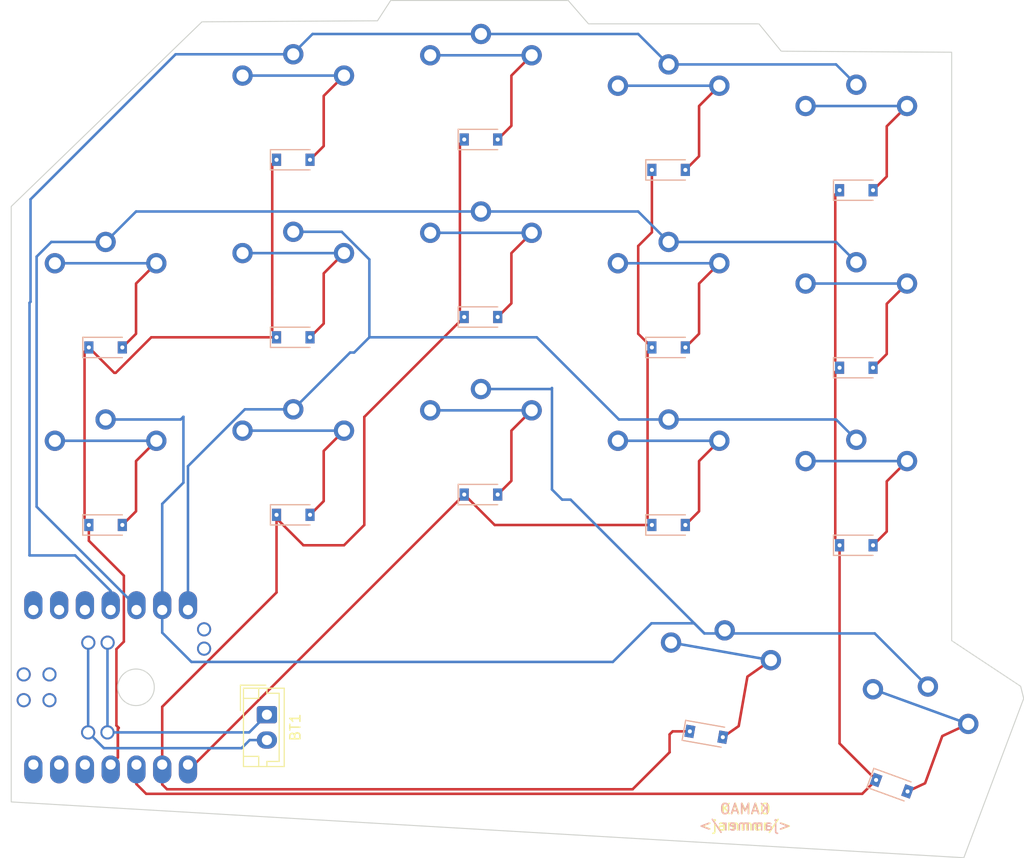
<source format=kicad_pcb>
(kicad_pcb (version 20211014) (generator pcbnew)
  (layers (0 "F.Cu" signal) (31 "B.Cu" signal) (34 "B.Paste" user) (35 "F.Paste" user) (36 "B.SilkS" user "B.Silkscreen") (37 "F.SilkS" user "F.Silkscreen") (38 "B.Mask" user) (39 "F.Mask" user) (44 "Edge.Cuts" user))
  (net 0 "")
  (net 1 "Net-(BT1-Pad1)")
  (net 2 "Net-(BT1-Pad2)")
  (net 6 "/Col1")
  (net 7 "/Col2")
  (net 8 "/Col3")
  (net 9 "/Col4")
  (net 10 "/Row4")
  (net 11 "/Row3")
  (net 12 "/Row2")
  (net 13 "/Row1")
  (footprint "kleeb-pg1350:pg1350-DR" (layer "F.Cu") (at -1.5 -429.5)
    (fp_text reference "K2" hide)
    (fp_text value "diode-choc")
    (fp_line (start -2.25 -1) (end -2.25 1) (layer "B.SilkS") (width 0.12))
    (fp_line (start -2.25 -1) (end 1.65 -1) (layer "B.SilkS") (width 0.12))
    (fp_line (start -2.25 1) (end 1.65 1) (layer "B.SilkS") (width 0.12))
    (fp_line (start -2.25 1) (end 1.65 1) (layer "F.SilkS") (width 0.12))
    (fp_line (start -2.25 -1) (end 1.65 -1) (layer "F.SilkS") (width 0.12))
    (fp_line (start -2.25 -1) (end -2.25 1) (layer "F.SilkS") (width 0.12))
    (pad "" np_thru_hole circle locked (at 5.5 -4.5) (size 1.7 1.7) (drill 1.7) (layers *.Cu *.Mask))
    (pad "" np_thru_hole circle locked (at 0 -4.5) (size 3.4 3.4) (drill 3.4) (layers *.Cu *.Mask))
    (pad "" np_thru_hole circle locked (at -5.5 -4.5) (size 1.7 1.7) (drill 1.7) (layers *.Cu *.Mask))
    (pad "1" thru_hole circle locked (at 0 -10.4) (size 2 2) (drill 1.2) (layers *.Cu *.Mask) (net 12 "/Row2"))
    (pad "2" thru_hole rect locked (at -1.65 0) (size 0.9 1.2) (drill 0.4) (layers *.Cu *.Mask) (net 6 "/Col1"))
    (pad "3" smd custom locked (at -5 -8.3) (size 0 0) (layers "B.Cu") (options (clearance outline) (anchor circle)) (primitives (gr_line (start 0 0) (end 10 0) (width 0.254))))
    (pad "3" thru_hole circle locked (at 5 -8.3) (size 2 2) (drill 1.2) (layers *.Cu "B.Mask"))
    (pad "3" thru_hole circle locked (at -5 -8.3) (size 2 2) (drill 1.2) (layers *.Cu "F.Mask"))
    (pad "3" smd custom locked (at 5 -8.3) (size 0.254 0.254) (layers "F.Cu") (options (clearance outline) (anchor circle)) (primitives (gr_line (start 0 0) (end -2 2) (width 0.254)) (gr_line (start -2 2) (end -2 6.95) (width 0.254)) (gr_line (start -2 6.95) (end -3.35 8.3) (width 0.254))))
    (pad "3" thru_hole rect locked (at 1.65 0) (size 0.9 1.2) (drill 0.4) (layers *.Cu *.Mask))
  )
  (footprint "kleeb-pg1350:pg1350-DR" (layer "F.Cu") (at 72.5 -410)
    (fp_text reference "K8" hide)
    (fp_text value "diode-choc")
    (fp_line (start -2.25 -1) (end 1.65 -1) (layer "B.SilkS") (width 0.12))
    (fp_line (start -2.25 -1) (end -2.25 1) (layer "B.SilkS") (width 0.12))
    (fp_line (start -2.25 1) (end 1.65 1) (layer "B.SilkS") (width 0.12))
    (fp_line (start -2.25 -1) (end -2.25 1) (layer "F.SilkS") (width 0.12))
    (fp_line (start -2.25 -1) (end 1.65 -1) (layer "F.SilkS") (width 0.12))
    (fp_line (start -2.25 1) (end 1.65 1) (layer "F.SilkS") (width 0.12))
    (pad "" np_thru_hole circle locked (at 5.5 -4.5) (size 1.7 1.7) (drill 1.7) (layers *.Cu *.Mask))
    (pad "" np_thru_hole circle locked (at -5.5 -4.5) (size 1.7 1.7) (drill 1.7) (layers *.Cu *.Mask))
    (pad "" np_thru_hole circle locked (at 0 -4.5) (size 3.4 3.4) (drill 3.4) (layers *.Cu *.Mask))
    (pad "1" thru_hole circle locked (at 0 -10.4) (size 2 2) (drill 1.2) (layers *.Cu *.Mask) (net 10 "/Row4"))
    (pad "2" thru_hole rect locked (at -1.65 0) (size 0.9 1.2) (drill 0.4) (layers *.Cu *.Mask) (net 7 "/Col2"))
    (pad "3" thru_hole rect locked (at 1.65 0) (size 0.9 1.2) (drill 0.4) (layers *.Cu *.Mask))
    (pad "3" thru_hole circle locked (at -5 -8.3) (size 2 2) (drill 1.2) (layers *.Cu "F.Mask"))
    (pad "3" thru_hole circle locked (at 5 -8.3) (size 2 2) (drill 1.2) (layers *.Cu "B.Mask"))
    (pad "3" smd custom locked (at 5 -8.3) (size 0.254 0.254) (layers "F.Cu") (options (clearance outline) (anchor circle)) (primitives (gr_line (start 0 0) (end -2 2) (width 0.254)) (gr_line (start -2 2) (end -2 6.95) (width 0.254)) (gr_line (start -2 6.95) (end -3.35 8.3) (width 0.254))))
    (pad "3" smd custom locked (at -5 -8.3) (size 0 0) (layers "B.Cu") (options (clearance outline) (anchor circle)) (primitives (gr_line (start 0 0) (end 10 0) (width 0.254))))
  )
  (footprint "kleeb-pg1350:pg1350-DR" (layer "F.Cu") (at 17 -430.5)
    (fp_text reference "K4" hide)
    (fp_text value "diode-choc")
    (fp_line (start -2.25 1) (end 1.65 1) (layer "B.SilkS") (width 0.12))
    (fp_line (start -2.25 -1) (end -2.25 1) (layer "B.SilkS") (width 0.12))
    (fp_line (start -2.25 -1) (end 1.65 -1) (layer "B.SilkS") (width 0.12))
    (fp_line (start -2.25 1) (end 1.65 1) (layer "F.SilkS") (width 0.12))
    (fp_line (start -2.25 -1) (end 1.65 -1) (layer "F.SilkS") (width 0.12))
    (fp_line (start -2.25 -1) (end -2.25 1) (layer "F.SilkS") (width 0.12))
    (pad "" np_thru_hole circle locked (at -5.5 -4.5) (size 1.7 1.7) (drill 1.7) (layers *.Cu *.Mask))
    (pad "" np_thru_hole circle locked (at 0 -4.5) (size 3.4 3.4) (drill 3.4) (layers *.Cu *.Mask))
    (pad "" np_thru_hole circle locked (at 5.5 -4.5) (size 1.7 1.7) (drill 1.7) (layers *.Cu *.Mask))
    (pad "1" thru_hole circle locked (at 0 -10.4) (size 2 2) (drill 1.2) (layers *.Cu *.Mask) (net 10 "/Row4"))
    (pad "2" thru_hole rect locked (at -1.65 0) (size 0.9 1.2) (drill 0.4) (layers *.Cu *.Mask) (net 6 "/Col1"))
    (pad "3" smd custom locked (at -5 -8.3) (size 0 0) (layers "B.Cu") (options (clearance outline) (anchor circle)) (primitives (gr_line (start 0 0) (end 10 0) (width 0.254))))
    (pad "3" thru_hole circle locked (at 5 -8.3) (size 2 2) (drill 1.2) (layers *.Cu "B.Mask"))
    (pad "3" smd custom locked (at 5 -8.3) (size 0.254 0.254) (layers "F.Cu") (options (clearance outline) (anchor circle)) (primitives (gr_line (start 0 0) (end -2 2) (width 0.254)) (gr_line (start -2 2) (end -2 6.95) (width 0.254)) (gr_line (start -2 6.95) (end -3.35 8.3) (width 0.254))))
    (pad "3" thru_hole rect locked (at 1.65 0) (size 0.9 1.2) (drill 0.4) (layers *.Cu *.Mask))
    (pad "3" thru_hole circle locked (at -5 -8.3) (size 2 2) (drill 1.2) (layers *.Cu "F.Mask"))
  )
  (footprint "Connector_JST:JST_EH_B2B-EH-A_1x02_P2.50mm_Vertical" (layer "F.Cu") (at 14.4 -393.3 -90)
    (fp_text reference "BT1" (at 1.25 -2.8 90) (layer "F.SilkS"))
    (fp_text value "Battery")
    (fp_line (start -2.61 2.31) (end 5.11 2.31) (layer "F.SilkS") (width 0.12))
    (fp_line (start 5.11 0.81) (end 4.11 0.81) (layer "F.SilkS") (width 0.12))
    (fp_line (start -2.61 -1.71) (end -2.61 2.31) (layer "F.SilkS") (width 0.12))
    (fp_line (start 4.11 0.81) (end 4.11 2.31) (layer "F.SilkS") (width 0.12))
    (fp_line (start 5.11 2.31) (end 5.11 -1.71) (layer "F.SilkS") (width 0.12))
    (fp_line (start 4.61 0) (end 5.11 0) (layer "F.SilkS") (width 0.12))
    (fp_line (start -2.11 -1.21) (end 4.61 -1.21) (layer "F.SilkS") (width 0.12))
    (fp_line (start -2.91 0.11) (end -2.91 2.61) (layer "F.SilkS") (width 0.12))
    (fp_line (start 4.61 -1.21) (end 4.61 0) (layer "F.SilkS") (width 0.12))
    (fp_line (start -2.91 2.61) (end -0.41 2.61) (layer "F.SilkS") (width 0.12))
    (fp_line (start 5.11 -1.71) (end -2.61 -1.71) (layer "F.SilkS") (width 0.12))
    (fp_line (start -2.61 0) (end -2.11 0) (layer "F.SilkS") (width 0.12))
    (fp_line (start -2.61 0.81) (end -1.61 0.81) (layer "F.SilkS") (width 0.12))
    (fp_line (start -1.61 0.81) (end -1.61 2.31) (layer "F.SilkS") (width 0.12))
    (fp_line (start -2.11 0) (end -2.11 -1.21) (layer "F.SilkS") (width 0.12))
    (pad "1" thru_hole roundrect (at 0 0 270) (size 1.7 2) (drill 1) (layers *.Cu *.Mask) (roundrect_rratio 0.1470588235) (net 1 "Net-(BT1-Pad1)"))
    (pad "2" thru_hole oval (at 2.5 0 270) (size 1.7 2) (drill 1) (layers *.Cu *.Mask) (net 2 "Net-(BT1-Pad2)"))
  )
  (footprint "kleeb-pg1350:pg1350-DR" (layer "F.Cu") (at 72.5 -427.5)
    (fp_text reference "K6" hide)
    (fp_text value "diode-choc")
    (fp_line (start -2.25 -1) (end 1.65 -1) (layer "B.SilkS") (width 0.12))
    (fp_line (start -2.25 -1) (end -2.25 1) (layer "B.SilkS") (width 0.12))
    (fp_line (start -2.25 1) (end 1.65 1) (layer "B.SilkS") (width 0.12))
    (fp_line (start -2.25 -1) (end -2.25 1) (layer "F.SilkS") (width 0.12))
    (fp_line (start -2.25 -1) (end 1.65 -1) (layer "F.SilkS") (width 0.12))
    (fp_line (start -2.25 1) (end 1.65 1) (layer "F.SilkS") (width 0.12))
    (pad "" np_thru_hole circle locked (at -5.5 -4.5) (size 1.7 1.7) (drill 1.7) (layers *.Cu *.Mask))
    (pad "" np_thru_hole circle locked (at 5.5 -4.5) (size 1.7 1.7) (drill 1.7) (layers *.Cu *.Mask))
    (pad "" np_thru_hole circle locked (at 0 -4.5) (size 3.4 3.4) (drill 3.4) (layers *.Cu *.Mask))
    (pad "1" thru_hole circle locked (at 0 -10.4) (size 2 2) (drill 1.2) (layers *.Cu *.Mask) (net 12 "/Row2"))
    (pad "2" thru_hole rect locked (at -1.65 0) (size 0.9 1.2) (drill 0.4) (layers *.Cu *.Mask) (net 7 "/Col2"))
    (pad "3" thru_hole rect locked (at 1.65 0) (size 0.9 1.2) (drill 0.4) (layers *.Cu *.Mask))
    (pad "3" thru_hole circle locked (at 5 -8.3) (size 2 2) (drill 1.2) (layers *.Cu "B.Mask"))
    (pad "3" smd custom locked (at -5 -8.3) (size 0 0) (layers "B.Cu") (options (clearance outline) (anchor circle)) (primitives (gr_line (start 0 0) (end 10 0) (width 0.254))))
    (pad "3" smd custom locked (at 5 -8.3) (size 0.254 0.254) (layers "F.Cu") (options (clearance outline) (anchor circle)) (primitives (gr_line (start 0 0) (end -2 2) (width 0.254)) (gr_line (start -2 2) (end -2 6.95) (width 0.254)) (gr_line (start -2 6.95) (end -3.35 8.3) (width 0.254))))
    (pad "3" thru_hole circle locked (at -5 -8.3) (size 2 2) (drill 1.2) (layers *.Cu "F.Mask"))
  )
  (footprint "kleeb-pg1350:pg1350-DR" (layer "F.Cu") (at -1.5 -412)
    (fp_text reference "K3" hide)
    (fp_text value "diode-choc")
    (fp_line (start -2.25 -1) (end 1.65 -1) (layer "B.SilkS") (width 0.12))
    (fp_line (start -2.25 -1) (end -2.25 1) (layer "B.SilkS") (width 0.12))
    (fp_line (start -2.25 1) (end 1.65 1) (layer "B.SilkS") (width 0.12))
    (fp_line (start -2.25 -1) (end -2.25 1) (layer "F.SilkS") (width 0.12))
    (fp_line (start -2.25 -1) (end 1.65 -1) (layer "F.SilkS") (width 0.12))
    (fp_line (start -2.25 1) (end 1.65 1) (layer "F.SilkS") (width 0.12))
    (pad "" np_thru_hole circle locked (at 5.5 -4.5) (size 1.7 1.7) (drill 1.7) (layers *.Cu *.Mask))
    (pad "" np_thru_hole circle locked (at 0 -4.5) (size 3.4 3.4) (drill 3.4) (layers *.Cu *.Mask))
    (pad "" np_thru_hole circle locked (at -5.5 -4.5) (size 1.7 1.7) (drill 1.7) (layers *.Cu *.Mask))
    (pad "1" thru_hole circle locked (at 0 -10.4) (size 2 2) (drill 1.2) (layers *.Cu *.Mask) (net 11 "/Row3"))
    (pad "2" thru_hole rect locked (at -1.65 0) (size 0.9 1.2) (drill 0.4) (layers *.Cu *.Mask) (net 6 "/Col1"))
    (pad "3" smd custom locked (at 5 -8.3) (size 0.254 0.254) (layers "F.Cu") (options (clearance outline) (anchor circle)) (primitives (gr_line (start 0 0) (end -2 2) (width 0.254)) (gr_line (start -2 2) (end -2 6.95) (width 0.254)) (gr_line (start -2 6.95) (end -3.35 8.3) (width 0.254))))
    (pad "3" smd custom locked (at -5 -8.3) (size 0 0) (layers "B.Cu") (options (clearance outline) (anchor circle)) (primitives (gr_line (start 0 0) (end 10 0) (width 0.254))))
    (pad "3" thru_hole circle locked (at 5 -8.3) (size 2 2) (drill 1.2) (layers *.Cu "B.Mask"))
    (pad "3" thru_hole rect locked (at 1.65 0) (size 0.9 1.2) (drill 0.4) (layers *.Cu *.Mask))
    (pad "3" thru_hole circle locked (at -5 -8.3) (size 2 2) (drill 1.2) (layers *.Cu "F.Mask"))
  )
  (footprint "kleeb-pg1350:pg1350-DR" (layer "F.Cu") (at 17 -413)
    (fp_text reference "K12" hide)
    (fp_text value "diode-choc")
    (fp_line (start -2.25 1) (end 1.65 1) (layer "B.SilkS") (width 0.12))
    (fp_line (start -2.25 -1) (end 1.65 -1) (layer "B.SilkS") (width 0.12))
    (fp_line (start -2.25 -1) (end -2.25 1) (layer "B.SilkS") (width 0.12))
    (fp_line (start -2.25 -1) (end -2.25 1) (layer "F.SilkS") (width 0.12))
    (fp_line (start -2.25 -1) (end 1.65 -1) (layer "F.SilkS") (width 0.12))
    (fp_line (start -2.25 1) (end 1.65 1) (layer "F.SilkS") (width 0.12))
    (pad "" np_thru_hole circle locked (at 0 -4.5) (size 3.4 3.4) (drill 3.4) (layers *.Cu *.Mask))
    (pad "" np_thru_hole circle locked (at 5.5 -4.5) (size 1.7 1.7) (drill 1.7) (layers *.Cu *.Mask))
    (pad "" np_thru_hole circle locked (at -5.5 -4.5) (size 1.7 1.7) (drill 1.7) (layers *.Cu *.Mask))
    (pad "1" thru_hole circle locked (at 0 -10.4) (size 2 2) (drill 1.2) (layers *.Cu *.Mask) (net 10 "/Row4"))
    (pad "2" thru_hole rect locked (at -1.65 0) (size 0.9 1.2) (drill 0.4) (layers *.Cu *.Mask) (net 8 "/Col3"))
    (pad "3" smd custom locked (at -5 -8.3) (size 0 0) (layers "B.Cu") (options (clearance outline) (anchor circle)) (primitives (gr_line (start 0 0) (end 10 0) (width 0.254))))
    (pad "3" thru_hole circle locked (at 5 -8.3) (size 2 2) (drill 1.2) (layers *.Cu "B.Mask"))
    (pad "3" thru_hole rect locked (at 1.65 0) (size 0.9 1.2) (drill 0.4) (layers *.Cu *.Mask))
    (pad "3" thru_hole circle locked (at -5 -8.3) (size 2 2) (drill 1.2) (layers *.Cu "F.Mask"))
    (pad "3" smd custom locked (at 5 -8.3) (size 0.254 0.254) (layers "F.Cu") (options (clearance outline) (anchor circle)) (primitives (gr_line (start 0 0) (end -2 2) (width 0.254)) (gr_line (start -2 2) (end -2 6.95) (width 0.254)) (gr_line (start -2 6.95) (end -3.35 8.3) (width 0.254))))
  )
  (footprint "kleeb-pg1350:pg1350-DR" (layer "F.Cu") (at 76 -386.3 -20)
    (fp_text reference "K7" hide)
    (fp_text value "diode-choc")
    (fp_line (start -2.25 1) (end 1.65 1) (layer "B.SilkS") (width 0.12))
    (fp_line (start -2.25 -1) (end -2.25 1) (layer "B.SilkS") (width 0.12))
    (fp_line (start -2.25 -1) (end 1.65 -1) (layer "B.SilkS") (width 0.12))
    (fp_line (start -2.25 1) (end 1.65 1) (layer "F.SilkS") (width 0.12))
    (fp_line (start -2.25 -1) (end -2.25 1) (layer "F.SilkS") (width 0.12))
    (fp_line (start -2.25 -1) (end 1.65 -1) (layer "F.SilkS") (width 0.12))
    (pad "" np_thru_hole circle locked (at -5.5 -4.5 340) (size 1.7 1.7) (drill 1.7) (layers *.Cu *.Mask))
    (pad "" np_thru_hole circle locked (at 5.5 -4.5 340) (size 1.7 1.7) (drill 1.7) (layers *.Cu *.Mask))
    (pad "" np_thru_hole circle locked (at 0 -4.5 340) (size 3.4 3.4) (drill 3.4) (layers *.Cu *.Mask))
    (pad "1" thru_hole circle locked (at 0 -10.4 340) (size 2 2) (drill 1.2) (layers *.Cu *.Mask) (net 11 "/Row3"))
    (pad "2" thru_hole rect locked (at -1.65 0 340) (size 0.9 1.2) (drill 0.4) (layers *.Cu *.Mask) (net 7 "/Col2"))
    (pad "3" smd custom locked (at -5 -8.3 340) (size 0 0) (layers "B.Cu") (options (clearance outline) (anchor circle)) (primitives (gr_line (start 0 0) (end 10 0) (width 0.254))))
    (pad "3" thru_hole circle locked (at -5 -8.3 340) (size 2 2) (drill 1.2) (layers *.Cu "F.Mask"))
    (pad "3" thru_hole rect locked (at 1.65 0 340) (size 0.9 1.2) (drill 0.4) (layers *.Cu *.Mask))
    (pad "3" thru_hole circle locked (at 5 -8.3 340) (size 2 2) (drill 1.2) (layers *.Cu "B.Mask"))
    (pad "3" smd custom locked (at 5 -8.3 340) (size 0.254 0.254) (layers "F.Cu") (options (clearance outline) (anchor circle)) (primitives (gr_line (start 0 0) (end -2 2) (width 0.254)) (gr_line (start -2 2) (end -2 6.95) (width 0.254)) (gr_line (start -2 6.95) (end -3.35 8.3) (width 0.254))))
  )
  (footprint "kleeb-pg1350:pg1350-DR" (layer "F.Cu") (at 35.5 -415)
    (fp_text reference "K15" hide)
    (fp_text value "diode-choc")
    (fp_line (start -2.25 1) (end 1.65 1) (layer "B.SilkS") (width 0.12))
    (fp_line (start -2.25 -1) (end 1.65 -1) (layer "B.SilkS") (width 0.12))
    (fp_line (start -2.25 -1) (end -2.25 1) (layer "B.SilkS") (width 0.12))
    (fp_line (start -2.25 -1) (end -2.25 1) (layer "F.SilkS") (width 0.12))
    (fp_line (start -2.25 -1) (end 1.65 -1) (layer "F.SilkS") (width 0.12))
    (fp_line (start -2.25 1) (end 1.65 1) (layer "F.SilkS") (width 0.12))
    (pad "" np_thru_hole circle locked (at 0 -4.5) (size 3.4 3.4) (drill 3.4) (layers *.Cu *.Mask))
    (pad "" np_thru_hole circle locked (at 5.5 -4.5) (size 1.7 1.7) (drill 1.7) (layers *.Cu *.Mask))
    (pad "" np_thru_hole circle locked (at -5.5 -4.5) (size 1.7 1.7) (drill 1.7) (layers *.Cu *.Mask))
    (pad "1" thru_hole circle locked (at 0 -10.4) (size 2 2) (drill 1.2) (layers *.Cu *.Mask) (net 11 "/Row3"))
    (pad "2" thru_hole rect locked (at -1.65 0) (size 0.9 1.2) (drill 0.4) (layers *.Cu *.Mask) (net 9 "/Col4"))
    (pad "3" smd custom locked (at 5 -8.3) (size 0.254 0.254) (layers "F.Cu") (options (clearance outline) (anchor circle)) (primitives (gr_line (start 0 0) (end -2 2) (width 0.254)) (gr_line (start -2 2) (end -2 6.95) (width 0.254)) (gr_line (start -2 6.95) (end -3.35 8.3) (width 0.254))))
    (pad "3" smd custom locked (at -5 -8.3) (size 0 0) (layers "B.Cu") (options (clearance outline) (anchor circle)) (primitives (gr_line (start 0 0) (end 10 0) (width 0.254))))
    (pad "3" thru_hole circle locked (at -5 -8.3) (size 2 2) (drill 1.2) (layers *.Cu "F.Mask"))
    (pad "3" thru_hole rect locked (at 1.65 0) (size 0.9 1.2) (drill 0.4) (layers *.Cu *.Mask))
    (pad "3" thru_hole circle locked (at 5 -8.3) (size 2 2) (drill 1.2) (layers *.Cu "B.Mask"))
  )
  (footprint "kleeb-pg1350:pg1350-DR" (layer "F.Cu") (at 54 -412)
    (fp_text reference "K16" hide)
    (fp_text value "diode-choc")
    (fp_line (start -2.25 1) (end 1.65 1) (layer "B.SilkS") (width 0.12))
    (fp_line (start -2.25 -1) (end 1.65 -1) (layer "B.SilkS") (width 0.12))
    (fp_line (start -2.25 -1) (end -2.25 1) (layer "B.SilkS") (width 0.12))
    (fp_line (start -2.25 1) (end 1.65 1) (layer "F.SilkS") (width 0.12))
    (fp_line (start -2.25 -1) (end 1.65 -1) (layer "F.SilkS") (width 0.12))
    (fp_line (start -2.25 -1) (end -2.25 1) (layer "F.SilkS") (width 0.12))
    (pad "" np_thru_hole circle locked (at 0 -4.5) (size 3.4 3.4) (drill 3.4) (layers *.Cu *.Mask))
    (pad "" np_thru_hole circle locked (at -5.5 -4.5) (size 1.7 1.7) (drill 1.7) (layers *.Cu *.Mask))
    (pad "" np_thru_hole circle locked (at 5.5 -4.5) (size 1.7 1.7) (drill 1.7) (layers *.Cu *.Mask))
    (pad "1" thru_hole circle locked (at 0 -10.4) (size 2 2) (drill 1.2) (layers *.Cu *.Mask) (net 10 "/Row4"))
    (pad "2" thru_hole rect locked (at -1.65 0) (size 0.9 1.2) (drill 0.4) (layers *.Cu *.Mask) (net 9 "/Col4"))
    (pad "3" thru_hole circle locked (at 5 -8.3) (size 2 2) (drill 1.2) (layers *.Cu "B.Mask"))
    (pad "3" thru_hole rect locked (at 1.65 0) (size 0.9 1.2) (drill 0.4) (layers *.Cu *.Mask))
    (pad "3" smd custom locked (at 5 -8.3) (size 0.254 0.254) (layers "F.Cu") (options (clearance outline) (anchor circle)) (primitives (gr_line (start 0 0) (end -2 2) (width 0.254)) (gr_line (start -2 2) (end -2 6.95) (width 0.254)) (gr_line (start -2 6.95) (end -3.35 8.3) (width 0.254))))
    (pad "3" smd custom locked (at -5 -8.3) (size 0 0) (layers "B.Cu") (options (clearance outline) (anchor circle)) (primitives (gr_line (start 0 0) (end 10 0) (width 0.254))))
    (pad "3" thru_hole circle locked (at -5 -8.3) (size 2 2) (drill 1.2) (layers *.Cu "F.Mask"))
  )
  (footprint "kleeb-pg1350:pg1350-DR" (layer "F.Cu") (at 35.5 -450)
    (fp_text reference "K9" hide)
    (fp_text value "diode-choc")
    (fp_line (start -2.25 -1) (end 1.65 -1) (layer "B.SilkS") (width 0.12))
    (fp_line (start -2.25 1) (end 1.65 1) (layer "B.SilkS") (width 0.12))
    (fp_line (start -2.25 -1) (end -2.25 1) (layer "B.SilkS") (width 0.12))
    (fp_line (start -2.25 1) (end 1.65 1) (layer "F.SilkS") (width 0.12))
    (fp_line (start -2.25 -1) (end 1.65 -1) (layer "F.SilkS") (width 0.12))
    (fp_line (start -2.25 -1) (end -2.25 1) (layer "F.SilkS") (width 0.12))
    (pad "" np_thru_hole circle locked (at 0 -4.5) (size 3.4 3.4) (drill 3.4) (layers *.Cu *.Mask))
    (pad "" np_thru_hole circle locked (at -5.5 -4.5) (size 1.7 1.7) (drill 1.7) (layers *.Cu *.Mask))
    (pad "" np_thru_hole circle locked (at 5.5 -4.5) (size 1.7 1.7) (drill 1.7) (layers *.Cu *.Mask))
    (pad "1" thru_hole circle locked (at 0 -10.4) (size 2 2) (drill 1.2) (layers *.Cu *.Mask) (net 13 "/Row1"))
    (pad "2" thru_hole rect locked (at -1.65 0) (size 0.9 1.2) (drill 0.4) (layers *.Cu *.Mask) (net 8 "/Col3"))
    (pad "3" thru_hole circle locked (at -5 -8.3) (size 2 2) (drill 1.2) (layers *.Cu "F.Mask"))
    (pad "3" smd custom locked (at 5 -8.3) (size 0.254 0.254) (layers "F.Cu") (options (clearance outline) (anchor circle)) (primitives (gr_line (start 0 0) (end -2 2) (width 0.254)) (gr_line (start -2 2) (end -2 6.95) (width 0.254)) (gr_line (start -2 6.95) (end -3.35 8.3) (width 0.254))))
    (pad "3" thru_hole rect locked (at 1.65 0) (size 0.9 1.2) (drill 0.4) (layers *.Cu *.Mask))
    (pad "3" smd custom locked (at -5 -8.3) (size 0 0) (layers "B.Cu") (options (clearance outline) (anchor circle)) (primitives (gr_line (start 0 0) (end 10 0) (width 0.254))))
    (pad "3" thru_hole circle locked (at 5 -8.3) (size 2 2) (drill 1.2) (layers *.Cu "B.Mask"))
  )
  (footprint "kleeb-pg1350:pg1350-DR" (layer "F.Cu") (at 54 -429.5)
    (fp_text reference "K14" hide)
    (fp_text value "diode-choc")
    (fp_line (start -2.25 -1) (end 1.65 -1) (layer "B.SilkS") (width 0.12))
    (fp_line (start -2.25 1) (end 1.65 1) (layer "B.SilkS") (width 0.12))
    (fp_line (start -2.25 -1) (end -2.25 1) (layer "B.SilkS") (width 0.12))
    (fp_line (start -2.25 -1) (end -2.25 1) (layer "F.SilkS") (width 0.12))
    (fp_line (start -2.25 1) (end 1.65 1) (layer "F.SilkS") (width 0.12))
    (fp_line (start -2.25 -1) (end 1.65 -1) (layer "F.SilkS") (width 0.12))
    (pad "" np_thru_hole circle locked (at 5.5 -4.5) (size 1.7 1.7) (drill 1.7) (layers *.Cu *.Mask))
    (pad "" np_thru_hole circle locked (at 0 -4.5) (size 3.4 3.4) (drill 3.4) (layers *.Cu *.Mask))
    (pad "" np_thru_hole circle locked (at -5.5 -4.5) (size 1.7 1.7) (drill 1.7) (layers *.Cu *.Mask))
    (pad "1" thru_hole circle locked (at 0 -10.4) (size 2 2) (drill 1.2) (layers *.Cu *.Mask) (net 12 "/Row2"))
    (pad "2" thru_hole rect locked (at -1.65 0) (size 0.9 1.2) (drill 0.4) (layers *.Cu *.Mask) (net 9 "/Col4"))
    (pad "3" smd custom locked (at 5 -8.3) (size 0.254 0.254) (layers "F.Cu") (options (clearance outline) (anchor circle)) (primitives (gr_line (start 0 0) (end -2 2) (width 0.254)) (gr_line (start -2 2) (end -2 6.95) (width 0.254)) (gr_line (start -2 6.95) (end -3.35 8.3) (width 0.254))))
    (pad "3" thru_hole circle locked (at -5 -8.3) (size 2 2) (drill 1.2) (layers *.Cu "F.Mask"))
    (pad "3" thru_hole circle locked (at 5 -8.3) (size 2 2) (drill 1.2) (layers *.Cu "B.Mask"))
    (pad "3" thru_hole rect locked (at 1.65 0) (size 0.9 1.2) (drill 0.4) (layers *.Cu *.Mask))
    (pad "3" smd custom locked (at -5 -8.3) (size 0 0) (layers "B.Cu") (options (clearance outline) (anchor circle)) (primitives (gr_line (start 0 0) (end 10 0) (width 0.254))))
  )
  (footprint "kleeb-pg1350:pg1350-DR" (layer "F.Cu") (at 57.718584 -391.368365 -10)
    (fp_text reference "K11" hide)
    (fp_text value "diode-choc")
    (fp_line (start -2.25 -1) (end 1.65 -1) (layer "B.SilkS") (width 0.12))
    (fp_line (start -2.25 -1) (end -2.25 1) (layer "B.SilkS") (width 0.12))
    (fp_line (start -2.25 1) (end 1.65 1) (layer "B.SilkS") (width 0.12))
    (fp_line (start -2.25 -1) (end 1.65 -1) (layer "F.SilkS") (width 0.12))
    (fp_line (start -2.25 -1) (end -2.25 1) (layer "F.SilkS") (width 0.12))
    (fp_line (start -2.25 1) (end 1.65 1) (layer "F.SilkS") (width 0.12))
    (pad "" np_thru_hole circle locked (at 5.5 -4.5 350) (size 1.7 1.7) (drill 1.7) (layers *.Cu *.Mask))
    (pad "" np_thru_hole circle locked (at -5.5 -4.5 350) (size 1.7 1.7) (drill 1.7) (layers *.Cu *.Mask))
    (pad "" np_thru_hole circle locked (at 0 -4.5 350) (size 3.4 3.4) (drill 3.4) (layers *.Cu *.Mask))
    (pad "1" thru_hole circle locked (at 0 -10.4 350) (size 2 2) (drill 1.2) (layers *.Cu *.Mask) (net 11 "/Row3"))
    (pad "2" thru_hole rect locked (at -1.65 0 350) (size 0.9 1.2) (drill 0.4) (layers *.Cu *.Mask) (net 8 "/Col3"))
    (pad "3" thru_hole circle locked (at 5 -8.3 350) (size 2 2) (drill 1.2) (layers *.Cu "B.Mask"))
    (pad "3" thru_hole rect locked (at 1.65 0 350) (size 0.9 1.2) (drill 0.4) (layers *.Cu *.Mask))
    (pad "3" thru_hole circle locked (at -5 -8.3 350) (size 2 2) (drill 1.2) (layers *.Cu "F.Mask"))
    (pad "3" smd custom locked (at 5 -8.3 350) (size 0.254 0.254) (layers "F.Cu") (options (clearance outline) (anchor circle)) (primitives (gr_line (start 0 0) (end -2 2) (width 0.254)) (gr_line (start -2 2) (end -2 6.95) (width 0.254)) (gr_line (start -2 6.95) (end -3.35 8.3) (width 0.254))))
    (pad "3" smd custom locked (at -5 -8.3 350) (size 0 0) (layers "B.Cu") (options (clearance outline) (anchor circle)) (primitives (gr_line (start 0 0) (end 10 0) (width 0.254))))
  )
  (footprint "kleeb-mcu:xiao-ble-tht" (layer "F.Cu") (at -1 -396 90)
    (fp_text reference "U1" hide)
    (fp_text value "xiao-ble" hide)
    (pad "1" thru_hole oval (at -7.62 -7.62 90) (size 2.75 1.8) (drill 1 (offset -0.475 0)) (layers *.Cu *.Mask))
    (pad "2" thru_hole oval (at -7.62 -5.08 90) (size 2.75 1.8) (drill 1 (offset -0.475 0)) (layers *.Cu *.Mask))
    (pad "3" thru_hole oval (at -7.62 -2.54 90) (size 2.75 1.8) (drill 1 (offset -0.475 0)) (layers *.Cu *.Mask))
    (pad "4" thru_hole oval (at -7.62 0 90) (size 2.75 1.8) (drill 1 (offset -0.475 0)) (layers *.Cu *.Mask) (net 6 "/Col1"))
    (pad "5" thru_hole oval (at -7.62 2.54 90) (size 2.75 1.8) (drill 1 (offset -0.475 0)) (layers *.Cu *.Mask) (net 7 "/Col2"))
    (pad "6" thru_hole oval (at -7.62 5.08 90) (size 2.75 1.8) (drill 1 (offset -0.475 0)) (layers *.Cu *.Mask) (net 8 "/Col3"))
    (pad "7" thru_hole oval (at -7.62 7.62 90) (size 2.75 1.8) (drill 1 (offset -0.475 0)) (layers *.Cu *.Mask) (net 9 "/Col4"))
    (pad "8" thru_hole oval (at 7.62 7.62 270) (size 2.75 1.8) (drill 1 (offset -0.475 0)) (layers *.Cu *.Mask) (net 10 "/Row4"))
    (pad "9" thru_hole oval (at 7.62 5.08 270) (size 2.75 1.8) (drill 1 (offset -0.475 0)) (layers *.Cu *.Mask) (net 11 "/Row3"))
    (pad "10" thru_hole oval (at 7.62 2.54 270) (size 2.75 1.8) (drill 1 (offset -0.475 0)) (layers *.Cu *.Mask) (net 12 "/Row2"))
    (pad "11" thru_hole oval (at 7.62 0 270) (size 2.75 1.8) (drill 1 (offset -0.475 0)) (layers *.Cu *.Mask) (net 13 "/Row1"))
    (pad "12" thru_hole oval (at 7.62 -2.54 270) (size 2.75 1.8) (drill 1 (offset -0.475 0)) (layers *.Cu *.Mask))
    (pad "13" thru_hole oval (at 7.62 -5.08 270) (size 2.75 1.8) (drill 1 (offset -0.475 0)) (layers *.Cu *.Mask))
    (pad "14" thru_hole oval (at 7.62 -7.62 270) (size 2.75 1.8) (drill 1 (offset -0.475 0)) (layers *.Cu *.Mask))
    (pad "15" thru_hole circle (at -1.27 -8.572 180) (size 1.397 1.397) (drill 1.016) (layers *.Cu *.Mask))
    (pad "16" thru_hole circle (at 1.27 -8.572 180) (size 1.397 1.397) (drill 1.016) (layers *.Cu *.Mask))
    (pad "17" thru_hole circle (at -1.27 -6.032 180) (size 1.397 1.397) (drill 1.016) (layers *.Cu *.Mask))
    (pad "18" thru_hole circle (at 1.27 -6.032 180) (size 1.397 1.397) (drill 1.016) (layers *.Cu *.Mask))
    (pad "19" thru_hole circle (at 4.4 -0.3 270) (size 1.397 1.397) (drill 1.016) (layers *.Cu *.Mask) (net 1 "Net-(BT1-Pad1)"))
    (pad "19" thru_hole circle (at -4.445 -0.317 270) (size 1.397 1.397) (drill 1.016) (layers *.Cu *.Mask) (net 1 "Net-(BT1-Pad1)"))
    (pad "20" thru_hole circle (at 4.4 -2.205 270) (size 1.397 1.397) (drill 1.016) (layers *.Cu *.Mask) (net 2 "Net-(BT1-Pad2)"))
    (pad "20" thru_hole circle (at -4.445 -2.222 270) (size 1.397 1.397) (drill 1.016) (layers *.Cu *.Mask) (net 2 "Net-(BT1-Pad2)"))
    (pad "21" thru_hole circle (at 3.81 9.208 270) (size 1.397 1.397) (drill 1.016) (layers *.Cu *.Mask))
    (pad "22" thru_hole circle (at 5.715 9.208 270) (size 1.397 1.397) (drill 1.016) (layers *.Cu *.Mask))
  )
  (footprint "kleeb-pg1350:pg1350-DR" (layer "F.Cu") (at 35.5 -432.5)
    (fp_text reference "K10" hide)
    (fp_text value "diode-choc")
    (fp_line (start -2.25 1) (end 1.65 1) (layer "B.SilkS") (width 0.12))
    (fp_line (start -2.25 -1) (end -2.25 1) (layer "B.SilkS") (width 0.12))
    (fp_line (start -2.25 -1) (end 1.65 -1) (layer "B.SilkS") (width 0.12))
    (fp_line (start -2.25 -1) (end -2.25 1) (layer "F.SilkS") (width 0.12))
    (fp_line (start -2.25 -1) (end 1.65 -1) (layer "F.SilkS") (width 0.12))
    (fp_line (start -2.25 1) (end 1.65 1) (layer "F.SilkS") (width 0.12))
    (pad "" np_thru_hole circle locked (at 0 -4.5) (size 3.4 3.4) (drill 3.4) (layers *.Cu *.Mask))
    (pad "" np_thru_hole circle locked (at 5.5 -4.5) (size 1.7 1.7) (drill 1.7) (layers *.Cu *.Mask))
    (pad "" np_thru_hole circle locked (at -5.5 -4.5) (size 1.7 1.7) (drill 1.7) (layers *.Cu *.Mask))
    (pad "1" thru_hole circle locked (at 0 -10.4) (size 2 2) (drill 1.2) (layers *.Cu *.Mask) (net 12 "/Row2"))
    (pad "2" thru_hole rect locked (at -1.65 0) (size 0.9 1.2) (drill 0.4) (layers *.Cu *.Mask) (net 8 "/Col3"))
    (pad "3" smd custom locked (at 5 -8.3) (size 0.254 0.254) (layers "F.Cu") (options (clearance outline) (anchor circle)) (primitives (gr_line (start 0 0) (end -2 2) (width 0.254)) (gr_line (start -2 2) (end -2 6.95) (width 0.254)) (gr_line (start -2 6.95) (end -3.35 8.3) (width 0.254))))
    (pad "3" thru_hole circle locked (at 5 -8.3) (size 2 2) (drill 1.2) (layers *.Cu "B.Mask"))
    (pad "3" thru_hole circle locked (at -5 -8.3) (size 2 2) (drill 1.2) (layers *.Cu "F.Mask"))
    (pad "3" smd custom locked (at -5 -8.3) (size 0 0) (layers "B.Cu") (options (clearance outline) (anchor circle)) (primitives (gr_line (start 0 0) (end 10 0) (width 0.254))))
    (pad "3" thru_hole rect locked (at 1.65 0) (size 0.9 1.2) (drill 0.4) (layers *.Cu *.Mask))
  )
  (footprint "kleeb-pg1350:pg1350-DR" (layer "F.Cu") (at 72.5 -445)
    (fp_text reference "K5" hide)
    (fp_text value "diode-choc")
    (fp_line (start -2.25 -1) (end 1.65 -1) (layer "B.SilkS") (width 0.12))
    (fp_line (start -2.25 1) (end 1.65 1) (layer "B.SilkS") (width 0.12))
    (fp_line (start -2.25 -1) (end -2.25 1) (layer "B.SilkS") (width 0.12))
    (fp_line (start -2.25 -1) (end 1.65 -1) (layer "F.SilkS") (width 0.12))
    (fp_line (start -2.25 -1) (end -2.25 1) (layer "F.SilkS") (width 0.12))
    (fp_line (start -2.25 1) (end 1.65 1) (layer "F.SilkS") (width 0.12))
    (pad "" np_thru_hole circle locked (at -5.5 -4.5) (size 1.7 1.7) (drill 1.7) (layers *.Cu *.Mask))
    (pad "" np_thru_hole circle locked (at 5.5 -4.5) (size 1.7 1.7) (drill 1.7) (layers *.Cu *.Mask))
    (pad "" np_thru_hole circle locked (at 0 -4.5) (size 3.4 3.4) (drill 3.4) (layers *.Cu *.Mask))
    (pad "1" thru_hole circle locked (at 0 -10.4) (size 2 2) (drill 1.2) (layers *.Cu *.Mask) (net 13 "/Row1"))
    (pad "2" thru_hole rect locked (at -1.65 0) (size 0.9 1.2) (drill 0.4) (layers *.Cu *.Mask) (net 7 "/Col2"))
    (pad "3" thru_hole rect locked (at 1.65 0) (size 0.9 1.2) (drill 0.4) (layers *.Cu *.Mask))
    (pad "3" smd custom locked (at -5 -8.3) (size 0 0) (layers "B.Cu") (options (clearance outline) (anchor circle)) (primitives (gr_line (start 0 0) (end 10 0) (width 0.254))))
    (pad "3" smd custom locked (at 5 -8.3) (size 0.254 0.254) (layers "F.Cu") (options (clearance outline) (anchor circle)) (primitives (gr_line (start 0 0) (end -2 2) (width 0.254)) (gr_line (start -2 2) (end -2 6.95) (width 0.254)) (gr_line (start -2 6.95) (end -3.35 8.3) (width 0.254))))
    (pad "3" thru_hole circle locked (at 5 -8.3) (size 2 2) (drill 1.2) (layers *.Cu "B.Mask"))
    (pad "3" thru_hole circle locked (at -5 -8.3) (size 2 2) (drill 1.2) (layers *.Cu "F.Mask"))
  )
  (footprint "kleeb-pg1350:pg1350-DR" (layer "F.Cu") (at 54 -447)
    (fp_text reference "K13" hide)
    (fp_text value "diode-choc")
    (fp_line (start -2.25 1) (end 1.65 1) (layer "B.SilkS") (width 0.12))
    (fp_line (start -2.25 -1) (end -2.25 1) (layer "B.SilkS") (width 0.12))
    (fp_line (start -2.25 -1) (end 1.65 -1) (layer "B.SilkS") (width 0.12))
    (fp_line (start -2.25 1) (end 1.65 1) (layer "F.SilkS") (width 0.12))
    (fp_line (start -2.25 -1) (end 1.65 -1) (layer "F.SilkS") (width 0.12))
    (fp_line (start -2.25 -1) (end -2.25 1) (layer "F.SilkS") (width 0.12))
    (pad "" np_thru_hole circle locked (at -5.5 -4.5) (size 1.7 1.7) (drill 1.7) (layers *.Cu *.Mask))
    (pad "" np_thru_hole circle locked (at 0 -4.5) (size 3.4 3.4) (drill 3.4) (layers *.Cu *.Mask))
    (pad "" np_thru_hole circle locked (at 5.5 -4.5) (size 1.7 1.7) (drill 1.7) (layers *.Cu *.Mask))
    (pad "1" thru_hole circle locked (at 0 -10.4) (size 2 2) (drill 1.2) (layers *.Cu *.Mask) (net 13 "/Row1"))
    (pad "2" thru_hole rect locked (at -1.65 0) (size 0.9 1.2) (drill 0.4) (layers *.Cu *.Mask) (net 9 "/Col4"))
    (pad "3" thru_hole circle locked (at 5 -8.3) (size 2 2) (drill 1.2) (layers *.Cu "B.Mask"))
    (pad "3" thru_hole circle locked (at -5 -8.3) (size 2 2) (drill 1.2) (layers *.Cu "F.Mask"))
    (pad "3" smd custom locked (at -5 -8.3) (size 0 0) (layers "B.Cu") (options (clearance outline) (anchor circle)) (primitives (gr_line (start 0 0) (end 10 0) (width 0.254))))
    (pad "3" smd custom locked (at 5 -8.3) (size 0.254 0.254) (layers "F.Cu") (options (clearance outline) (anchor circle)) (primitives (gr_line (start 0 0) (end -2 2) (width 0.254)) (gr_line (start -2 2) (end -2 6.95) (width 0.254)) (gr_line (start -2 6.95) (end -3.35 8.3) (width 0.254))))
    (pad "3" thru_hole rect locked (at 1.65 0) (size 0.9 1.2) (drill 0.4) (layers *.Cu *.Mask))
  )
  (footprint "kleeb-pg1350:pg1350-DR" (layer "F.Cu") (at 17 -448)
    (fp_text reference "K1" hide)
    (fp_text value "diode-choc")
    (fp_line (start -2.25 1) (end 1.65 1) (layer "B.SilkS") (width 0.12))
    (fp_line (start -2.25 -1) (end 1.65 -1) (layer "B.SilkS") (width 0.12))
    (fp_line (start -2.25 -1) (end -2.25 1) (layer "B.SilkS") (width 0.12))
    (fp_line (start -2.25 1) (end 1.65 1) (layer "F.SilkS") (width 0.12))
    (fp_line (start -2.25 -1) (end 1.65 -1) (layer "F.SilkS") (width 0.12))
    (fp_line (start -2.25 -1) (end -2.25 1) (layer "F.SilkS") (width 0.12))
    (pad "" np_thru_hole circle locked (at 0 -4.5) (size 3.4 3.4) (drill 3.4) (layers *.Cu *.Mask))
    (pad "" np_thru_hole circle locked (at 5.5 -4.5) (size 1.7 1.7) (drill 1.7) (layers *.Cu *.Mask))
    (pad "" np_thru_hole circle locked (at -5.5 -4.5) (size 1.7 1.7) (drill 1.7) (layers *.Cu *.Mask))
    (pad "1" thru_hole circle locked (at 0 -10.4) (size 2 2) (drill 1.2) (layers *.Cu *.Mask) (net 13 "/Row1"))
    (pad "2" thru_hole rect locked (at -1.65 0) (size 0.9 1.2) (drill 0.4) (layers *.Cu *.Mask) (net 6 "/Col1"))
    (pad "3" thru_hole circle locked (at 5 -8.3) (size 2 2) (drill 1.2) (layers *.Cu "B.Mask"))
    (pad "3" thru_hole rect locked (at 1.65 0) (size 0.9 1.2) (drill 0.4) (layers *.Cu *.Mask))
    (pad "3" smd custom locked (at -5 -8.3) (size 0 0) (layers "B.Cu") (options (clearance outline) (anchor circle)) (primitives (gr_line (start 0 0) (end 10 0) (width 0.254))))
    (pad "3" thru_hole circle locked (at -5 -8.3) (size 2 2) (drill 1.2) (layers *.Cu "F.Mask"))
    (pad "3" smd custom locked (at 5 -8.3) (size 0.254 0.254) (layers "F.Cu") (options (clearance outline) (anchor circle)) (primitives (gr_line (start 0 0) (end -2 2) (width 0.254)) (gr_line (start -2 2) (end -2 6.95) (width 0.254)) (gr_line (start -2 6.95) (end -3.35 8.3) (width 0.254))))
  )
  (gr_circle (center 1.5 -396) (end 0.5 -397.5) (layer "Edge.Cuts") (width 0.1) (fill none))
  (gr_poly (pts (xy 46.1 -461.4) (xy 62.9 -461.4) (xy 65.098821 -458.701792) (xy 81.898821 -458.601792) (xy 81.9 -400.6) (xy 88.7 -396.1) (xy 89 -394.9) (xy 83.1 -379.2) (xy -10.8 -384.7) (xy -10.8 -443.4) (xy 8 -461.6) (xy 25.3 -461.7) (xy 26.6 -463.7) (xy 44.1 -463.7)) (layer "Edge.Cuts") (width 0.1) (fill none))
  (gr_text "KAMAO\n<jammer/>" (at 61.5 -383.2) (layer "B.SilkS") (effects (font (size 1 1)) (justify mirror)))
  (gr_text "KAMAO\n<jammer/>" (at 61.6 -383.2) (layer "F.SilkS") (effects (font (size 1 1))))
  (segment (start 12.655 -391.555) (end 14.4 -393.3) (width 0.25) (layer "B.Cu") (net 1))
  (segment (start -1.317 -391.555) (end 12.655 -391.555) (width 0.25) (layer "B.Cu") (net 1))
  (segment (start -1.317 -391.555) (end -1.317 -400.383) (width 0.25) (layer "B.Cu") (net 1))
  (segment (start -1.317 -400.383) (end -1.3 -400.4) (width 0.25) (layer "B.Cu") (net 1))
  (segment (start -3.222 -391.555) (end -3.222 -400.383) (width 0.25) (layer "B.Cu") (net 2))
  (segment (start -1.667 -390) (end 11.9 -390) (width 0.25) (layer "B.Cu") (net 2))
  (segment (start 11.9 -390) (end 12.7 -390.8) (width 0.25) (layer "B.Cu") (net 2))
  (segment (start -3.222 -400.383) (end -3.205 -400.4) (width 0.25) (layer "B.Cu") (net 2))
  (segment (start 12.7 -390.8) (end 14.4 -390.8) (width 0.25) (layer "B.Cu") (net 2))
  (segment (start -3.222 -391.555) (end -1.667 -390) (width 0.25) (layer "B.Cu") (net 2))
  (segment (start 15.35 -430.5) (end 3 -430.5) (width 0.25) (layer "F.Cu") (net 6))
  (segment (start 0.3 -407) (end -3.15 -410.45) (width 0.25) (layer "F.Cu") (net 6))
  (segment (start -0.2 -392) (end -0.433278 -392.233278) (width 0.25) (layer "F.Cu") (net 6))
  (segment (start -3.15 -429.5) (end -3.575001 -429.074999) (width 0.25) (layer "F.Cu") (net 6))
  (segment (start -0.2935 -389.0865) (end -1 -388.38) (width 0.25) (layer "F.Cu") (net 6))
  (segment (start 0.3 -400.5) (end 0.3 -407) (width 0.25) (layer "F.Cu") (net 6))
  (segment (start -0.433278 -392.233278) (end -0.433278 -399.766722) (width 0.25) (layer "F.Cu") (net 6))
  (segment (start -3.575001 -429.074999) (end -3.575001 -412.706013) (width 0.25) (layer "F.Cu") (net 6))
  (segment (start -0.5 -427) (end -0.65 -427) (width 0.25) (layer "F.Cu") (net 6))
  (segment (start -0.2935 -391.9935) (end -0.2935 -389.0865) (width 0.25) (layer "F.Cu") (net 6))
  (segment (start -0.2935 -389.0865) (end -0.2935 -391.9065) (width 0.25) (layer "F.Cu") (net 6))
  (segment (start -0.2935 -391.9065) (end -0.2 -392) (width 0.25) (layer "F.Cu") (net 6))
  (segment (start -0.65 -427) (end -3.15 -429.5) (width 0.25) (layer "F.Cu") (net 6))
  (segment (start 15.35 -448) (end 14.924999 -447.574999) (width 0.25) (layer "F.Cu") (net 6))
  (segment (start -0.433278 -399.766722) (end 0.3 -400.5) (width 0.25) (layer "F.Cu") (net 6))
  (segment (start 3 -430.5) (end -0.5 -427) (width 0.25) (layer "F.Cu") (net 6))
  (segment (start -3.15 -410.45) (end -3.15 -412) (width 0.25) (layer "F.Cu") (net 6))
  (segment (start 14.924999 -447.574999) (end 14.924999 -431.206013) (width 0.25) (layer "F.Cu") (net 6))
  (segment (start 70.85 -445) (end 70.424999 -444.574999) (width 0.25) (layer "F.Cu") (net 7))
  (segment (start 70.424999 -427.074999) (end 70.424999 -410.706013) (width 0.25) (layer "F.Cu") (net 7))
  (segment (start 1.54 -386.46) (end 2.5 -385.5) (width 0.25) (layer "F.Cu") (net 7))
  (segment (start 1.54 -388.38) (end 1.54 -386.46) (width 0.25) (layer "F.Cu") (net 7))
  (segment (start 70.85 -410) (end 70.85 -390.46384) (width 0.25) (layer "F.Cu") (net 7))
  (segment (start 70.85 -390.46384) (end 74.01384 -387.3) (width 0.25) (layer "F.Cu") (net 7))
  (segment (start 73.085174 -385.5) (end 74.449507 -386.864333) (width 0.25) (layer "F.Cu") (net 7))
  (segment (start 2.5 -385.5) (end 73.085174 -385.5) (width 0.25) (layer "F.Cu") (net 7))
  (segment (start 70.85 -427.5) (end 70.424999 -427.074999) (width 0.25) (layer "F.Cu") (net 7))
  (segment (start 70.424999 -444.574999) (end 70.424999 -428.206013) (width 0.25) (layer "F.Cu") (net 7))
  (segment (start 4.55 -385.95) (end 4.08 -386.42) (width 0.25) (layer "F.Cu") (net 8))
  (segment (start 50.45 -385.95) (end 4.55 -385.95) (width 0.25) (layer "F.Cu") (net 8))
  (segment (start 54.393651 -391.654884) (end 56.093651 -391.654884) (width 0.25) (layer "F.Cu") (net 8))
  (segment (start 22 -410) (end 18 -410) (width 0.25) (layer "F.Cu") (net 8))
  (segment (start 15.35 -413) (end 15.35 -405.35) (width 0.25) (layer "F.Cu") (net 8))
  (segment (start 4.08 -386.42) (end 4.08 -388.38) (width 0.25) (layer "F.Cu") (net 8))
  (segment (start 4.08 -394.08) (end 4.08 -388.38) (width 0.25) (layer "F.Cu") (net 8))
  (segment (start 54.093651 -389.593651) (end 50.45 -385.95) (width 0.25) (layer "F.Cu") (net 8))
  (segment (start 24 -422.65) (end 24 -412) (width 0.25) (layer "F.Cu") (net 8))
  (segment (start 33.85 -450) (end 33.424999 -449.574999) (width 0.25) (layer "F.Cu") (net 8))
  (segment (start 54.093651 -391.354884) (end 54.093651 -389.593651) (width 0.25) (layer "F.Cu") (net 8))
  (segment (start 18 -410) (end 15.35 -412.65) (width 0.25) (layer "F.Cu") (net 8))
  (segment (start 15.35 -412.65) (end 15.35 -413) (width 0.25) (layer "F.Cu") (net 8))
  (segment (start 33.424999 -449.574999) (end 33.424999 -433.206013) (width 0.25) (layer "F.Cu") (net 8))
  (segment (start 15.35 -405.35) (end 4.08 -394.08) (width 0.25) (layer "F.Cu") (net 8))
  (segment (start 33.85 -432.5) (end 24 -422.65) (width 0.25) (layer "F.Cu") (net 8))
  (segment (start 54.093651 -391.354884) (end 54.393651 -391.654884) (width 0.25) (layer "F.Cu") (net 8))
  (segment (start 24 -412) (end 22 -410) (width 0.25) (layer "F.Cu") (net 8))
  (segment (start 7.23 -388.38) (end 33.85 -415) (width 0.25) (layer "F.Cu") (net 9))
  (segment (start 52.35 -440.85) (end 51 -439.5) (width 0.25) (layer "F.Cu") (net 9))
  (segment (start 6.62 -388.38) (end 7.23 -388.38) (width 0.25) (layer "F.Cu") (net 9))
  (segment (start 33.85 -415) (end 36.85 -412) (width 0.25) (layer "F.Cu") (net 9))
  (segment (start 52.35 -429.5) (end 51.924999 -429.074999) (width 0.25) (layer "F.Cu") (net 9))
  (segment (start 36.85 -412) (end 52.35 -412) (width 0.25) (layer "F.Cu") (net 9))
  (segment (start 51 -439.5) (end 51 -430.85) (width 0.25) (layer "F.Cu") (net 9))
  (segment (start 51.924999 -429.074999) (end 51.924999 -412.706013) (width 0.25) (layer "F.Cu") (net 9))
  (segment (start 52.35 -447) (end 52.35 -440.85) (width 0.25) (layer "F.Cu") (net 9))
  (segment (start 51 -430.85) (end 52.35 -429.5) (width 0.25) (layer "F.Cu") (net 9))
  (segment (start 17 -440.9) (end 21.773833 -440.9) (width 0.25) (layer "B.Cu") (net 10))
  (segment (start 70.5 -422.4) (end 54 -422.4) (width 0.25) (layer "B.Cu") (net 10))
  (segment (start 22.6 -429) (end 17 -423.4) (width 0.25) (layer "B.Cu") (net 10))
  (segment (start 24.5 -430.5) (end 23 -429) (width 0.25) (layer "B.Cu") (net 10))
  (segment (start 24.5 -430.5) (end 41 -430.5) (width 0.25) (layer "B.Cu") (net 10))
  (segment (start 72.5 -420.4) (end 70.5 -422.4) (width 0.25) (layer "B.Cu") (net 10))
  (segment (start 23 -429) (end 22.6 -429) (width 0.25) (layer "B.Cu") (net 10))
  (segment (start 17 -423.4) (end 12.226167 -423.4) (width 0.25) (layer "B.Cu") (net 10))
  (segment (start 6.62 -417.793833) (end 6.62 -403.62) (width 0.25) (layer "B.Cu") (net 10))
  (segment (start 12.226167 -423.4) (end 6.62 -417.793833) (width 0.25) (layer "B.Cu") (net 10))
  (segment (start 24.5 -438.173833) (end 24.5 -430.5) (width 0.25) (layer "B.Cu") (net 10))
  (segment (start 21.773833 -440.9) (end 24.5 -438.173833) (width 0.25) (layer "B.Cu") (net 10))
  (segment (start 41 -430.5) (end 49.1 -422.4) (width 0.25) (layer "B.Cu") (net 10))
  (segment (start 49.1 -422.4) (end 54 -422.4) (width 0.25) (layer "B.Cu") (net 10))
  (segment (start 43.5 -414.5) (end 42.5 -415.5) (width 0.25) (layer "B.Cu") (net 11))
  (segment (start 6.17 -416.17) (end 6.17 -422.67) (width 0.25) (layer "B.Cu") (net 11))
  (segment (start 4.08 -403.62) (end 4.08 -401.383928) (width 0.25) (layer "B.Cu") (net 11))
  (segment (start 42.5 -425.5) (end 42.4 -425.4) (width 0.25) (layer "B.Cu") (net 11))
  (segment (start 5.9 -422.4) (end -1.5 -422.4) (width 0.25) (layer "B.Cu") (net 11))
  (segment (start 52.310366 -402.310366) (end 56.524525 -402.310366) (width 0.25) (layer "B.Cu") (net 11))
  (segment (start 42.5 -415.5) (end 42.5 -425.5) (width 0.25) (layer "B.Cu") (net 11))
  (segment (start 74.319446 -401.310366) (end 79.557009 -396.072803) (width 0.25) (layer "B.Cu") (net 11))
  (segment (start 57.524525 -401.310366) (end 44.334891 -414.5) (width 0.25) (layer "B.Cu") (net 11))
  (segment (start 4.08 -401.383928) (end 6.963928 -398.5) (width 0.25) (layer "B.Cu") (net 11))
  (segment (start 4.08 -414.08) (end 6.17 -416.17) (width 0.25) (layer "B.Cu") (net 11))
  (segment (start 56.524525 -402.310366) (end 57.524525 -401.310366) (width 0.25) (layer "B.Cu") (net 11))
  (segment (start 44.334891 -414.5) (end 43.5 -414.5) (width 0.25) (layer "B.Cu") (net 11))
  (segment (start 42.4 -425.4) (end 35.5 -425.4) (width 0.25) (layer "B.Cu") (net 11))
  (segment (start 57.524525 -401.310366) (end 74.319446 -401.310366) (width 0.25) (layer "B.Cu") (net 11))
  (segment (start 4.08 -403.62) (end 4.08 -414.08) (width 0.25) (layer "B.Cu") (net 11))
  (segment (start 6.963928 -398.5) (end 48.5 -398.5) (width 0.25) (layer "B.Cu") (net 11))
  (segment (start 48.5 -398.5) (end 52.310366 -402.310366) (width 0.25) (layer "B.Cu") (net 11))
  (segment (start 6.17 -422.67) (end 5.9 -422.4) (width 0.25) (layer "B.Cu") (net 11))
  (segment (start 54 -439.9) (end 70.5 -439.9) (width 0.25) (layer "B.Cu") (net 12))
  (segment (start -8.3 -438.45) (end -8.3 -413.8) (width 0.25) (layer "B.Cu") (net 12))
  (segment (start -8.3 -413.8) (end 1.54 -403.96) (width 0.25) (layer "B.Cu") (net 12))
  (segment (start 35.5 -442.9) (end 51 -442.9) (width 0.25) (layer "B.Cu") (net 12))
  (segment (start -1.5 -439.9) (end -6.85 -439.9) (width 0.25) (layer "B.Cu") (net 12))
  (segment (start -1.5 -439.9) (end 1.5 -442.9) (width 0.25) (layer "B.Cu") (net 12))
  (segment (start 1.54 -403.96) (end 1.54 -403.62) (width 0.25) (layer "B.Cu") (net 12))
  (segment (start -6.85 -439.9) (end -8.3 -438.45) (width 0.25) (layer "B.Cu") (net 12))
  (segment (start 1.5 -442.9) (end 35.5 -442.9) (width 0.25) (layer "B.Cu") (net 12))
  (segment (start 51 -442.9) (end 54 -439.9) (width 0.25) (layer "B.Cu") (net 12))
  (segment (start 70.5 -439.9) (end 72.5 -437.9) (width 0.25) (layer "B.Cu") (net 12))
  (segment (start -8.9 -444.1) (end -8.9 -434) (width 0.25) (layer "B.Cu") (net 13))
  (segment (start 17 -458.4) (end 5.4 -458.4) (width 0.25) (layer "B.Cu") (net 13))
  (segment (start 70.5 -457.4) (end 72.5 -455.4) (width 0.25) (layer "B.Cu") (net 13))
  (segment (start 35.5 -460.4) (end 18.9 -460.4) (width 0.25) (layer "B.Cu") (net 13))
  (segment (start 54 -457.4) (end 51 -460.4) (width 0.25) (layer "B.Cu") (net 13))
  (segment (start 51 -460.4) (end 35.5 -460.4) (width 0.25) (layer "B.Cu") (net 13))
  (segment (start 17 -458.5) (end 17 -458.4) (width 0.25) (layer "B.Cu") (net 13))
  (segment (start -9 -433.9) (end -9 -409) (width 0.25) (layer "B.Cu") (net 13))
  (segment (start -9 -409) (end -4.5 -409) (width 0.25) (layer "B.Cu") (net 13))
  (segment (start -8.9 -434) (end -9 -433.9) (width 0.25) (layer "B.Cu") (net 13))
  (segment (start 54 -457.4) (end 70.5 -457.4) (width 0.25) (layer "B.Cu") (net 13))
  (segment (start 5.4 -458.4) (end -8.9 -444.1) (width 0.25) (layer "B.Cu") (net 13))
  (segment (start 18.9 -460.4) (end 17 -458.5) (width 0.25) (layer "B.Cu") (net 13))
  (segment (start -4.5 -409) (end -1 -405.5) (width 0.25) (layer "B.Cu") (net 13))
)
</source>
